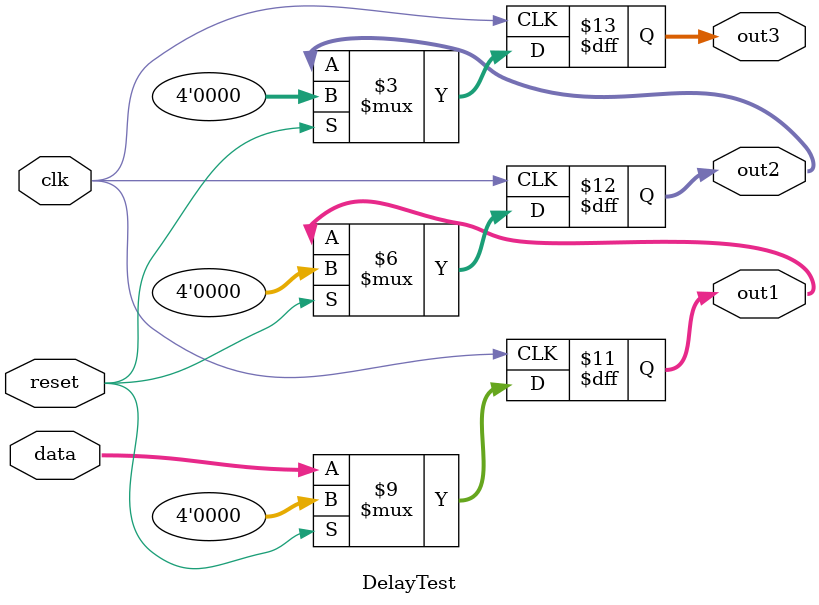
<source format=v>

module DelayTest(
    input clk,
    input reset,
    input [3:0] data,
    output reg [3:0] out1,
    output reg [3:0] out2,
    output reg [3:0] out3
);

  // Test different delays.
  always @(posedge clk) begin
    if (reset) begin
      out1 <= 0;
      out2 <= 0;
      out3 <= 0;
    end else begin
      out1 <= data;
      out2 <= out1;
      out3 <= out2;
    end
  end

endmodule
</source>
